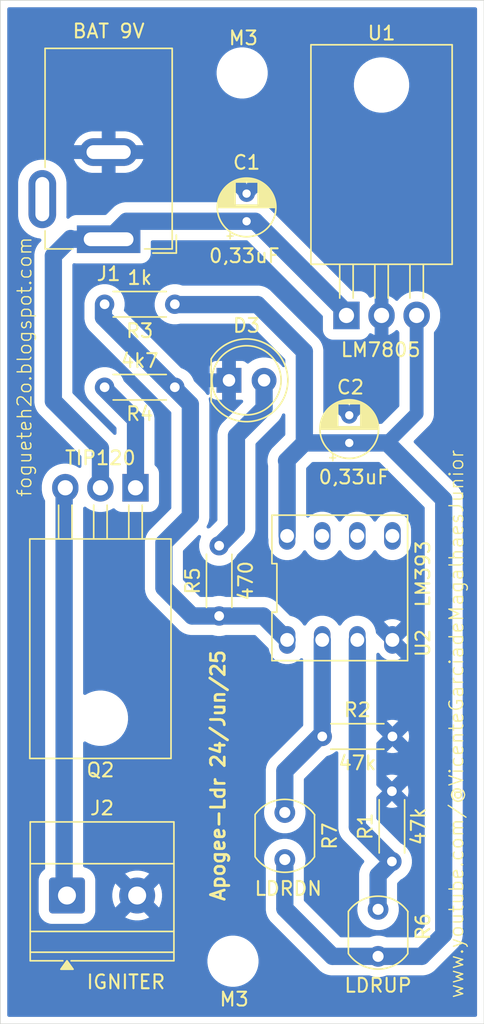
<source format=kicad_pcb>
(kicad_pcb (version 20241229) (generator "pcbnew") (generator_version "9.0")
  (layers (0 "F.Cu" signal) (2 "B.Cu" signal) (13 "F.Paste" user) (15 "B.Paste" user) (5 "F.SilkS" user "F.Silkscreen") (7 "B.SilkS" user "B.Silkscreen") (1 "F.Mask" user) (3 "B.Mask" user) (25 "Edge.Cuts" user))
  (net 0 "")
  (net 1 "Net-(J1-Pin_1)")
  (net 2 "/VCC")
  (net 3 "Net-(J2-Pin_1)")
  (net 4 "Net-(Q1-B)")
  (net 5 "Net-(R3-Pad2)")
  (net 6 "/GND")
  (net 7 "Net-(D3-A)")
  (net 8 "Net-(U2A-+)")
  (net 9 "Net-(U2A--)")
  (net 10 "Net-(Q2-B)")
  (footprint "TerminalBlock_Phoenix:TerminalBlock_Phoenix_MKDS-1,5-2-5.08_1x02_P5.08mm_Horizontal" (layer "F.Cu") (at 89.735 128.25)
    (property "Reference" "J2" (at 2.54 -6.32 0) (layer "F.SilkS"))
    (property "Value" "IGNITER" (at 4.265 6.25 0) (layer "F.SilkS"))
    (fp_line (start -2.66 -5.32) (end -2.66 4.72) (stroke (width 0.12)) (layer "F.SilkS"))
    (fp_line (start -2.66 -5.32) (end 7.74 -5.32) (stroke (width 0.12)) (layer "F.SilkS"))
    (fp_line (start -2.66 -2.3) (end 7.74 -2.3) (stroke (width 0.12)) (layer "F.SilkS"))
    (fp_line (start -2.66 2.6) (end 7.74 2.6) (stroke (width 0.12)) (layer "F.SilkS"))
    (fp_line (start -2.66 4.1) (end 7.74 4.1) (stroke (width 0.12)) (layer "F.SilkS"))
    (fp_line (start -2.66 4.72) (end -0.3 4.72) (stroke (width 0.12)) (layer "F.SilkS"))
    (fp_line (start 0.3 4.72) (end 7.74 4.72) (stroke (width 0.12)) (layer "F.SilkS"))
    (fp_line (start 7.74 -5.32) (end 7.74 4.72) (stroke (width 0.12)) (layer "F.SilkS"))
    (fp_poly (pts (xy 0 4.72) (xy 0.44 5.33) (xy -0.44 5.33)) (stroke (width 0.12)) (fill yes) (layer "F.SilkS"))
    (pad "1" thru_hole roundrect (at 0 0) (size 2.6 2.6) (drill 1.3) (layers "*.Cu" "*.Mask") (roundrect_rratio 0.096154) (net 3 "Net-(J2-Pin_1)"))
    (pad "2" thru_hole circle (at 5.08 0) (size 2.6 2.6) (drill 1.3) (layers "*.Cu" "*.Mask") (net 6 "/GND"))
  )
  (footprint "Connector_BarrelJack:BarrelJack_GCT_DCJ200-10-A_Horizontal" (layer "F.Cu") (at 92.75 80.8 180)
    (property "Reference" "J1" (at 0 -2.5 180) (layer "F.SilkS"))
    (property "Value" "BAT 9V" (at 0 15.05 180) (layer "F.SilkS"))
    (fp_line (start 4.6 13.8) (end -4.6 13.8) (stroke (width 0.12)) (layer "F.SilkS"))
    (fp_line (start 4.6 5.2) (end 4.6 13.8) (stroke (width 0.12)) (layer "F.SilkS"))
    (fp_line (start 4.6 -0.7) (end 4.6 0.6) (stroke (width 0.12)) (layer "F.SilkS"))
    (fp_line (start 2.6 -0.7) (end 4.6 -0.7) (stroke (width 0.12)) (layer "F.SilkS"))
    (fp_line (start -3.2 -1) (end -4.9 -1) (stroke (width 0.12)) (layer "F.SilkS"))
    (fp_line (start -4.6 13.8) (end -4.6 -0.7) (stroke (width 0.12)) (layer "F.SilkS"))
    (fp_line (start -4.6 -0.7) (end -2.6 -0.7) (stroke (width 0.12)) (layer "F.SilkS"))
    (fp_line (start -4.9 -1) (end -4.9 0.3) (stroke (width 0.12)) (layer "F.SilkS"))
    (pad "1" thru_hole rect (at 0 0 180) (size 4.6 2) (drill oval 3.6 1) (layers "*.Cu" "*.Mask") (net 1 "Net-(J1-Pin_1)"))
    (pad "2" thru_hole oval (at 0 6.3 180) (size 4.2 2) (drill oval 3.2 1) (layers "*.Cu" "*.Mask") (net 6 "/GND"))
    (pad "3" thru_hole oval (at 4.8 2.9 180) (size 2 4.2) (drill oval 1 3.2) (layers "*.Cu" "*.Mask"))
  )
  (footprint "Resistor_THT:R_Axial_DIN0204_L3.6mm_D1.6mm_P5.08mm_Horizontal" (layer "F.Cu") (at 97.54 91.5 180)
    (property "Reference" "R4" (at 2.54 -1.92 0) (layer "F.SilkS"))
    (property "Value" "4k7" (at 2.54 1.92 0) (layer "F.SilkS"))
    (fp_line (start 0.62 0.92) (end 4.46 0.92) (stroke (width 0.12)) (layer "F.SilkS"))
    (fp_line (start 0.62 -0.92) (end 4.46 -0.92) (stroke (width 0.12)) (layer "F.SilkS"))
    (pad "1" thru_hole circle (at 0 0 180) (size 1.4 1.4) (drill 0.7) (layers "*.Cu" "*.Mask") (net 5 "Net-(R3-Pad2)"))
    (pad "2" thru_hole circle (at 5.08 0 180) (size 1.4 1.4) (drill 0.7) (layers "*.Cu" "*.Mask") (net 10 "Net-(Q2-B)"))
  )
  (footprint "Library:DIP-8_296_ELL" (layer "F.Cu") (at 109.477256 106.01)
    (property "Reference" "U2" (at 6.022744 3.99 90) (layer "F.SilkS"))
    (property "Value" "LM393" (at 6.022744 -1.01 90) (layer "F.SilkS"))
    (fp_line (start -4.91 -5.26) (end -4.91 -1.753333) (stroke (width 0.12)) (layer "F.SilkS"))
    (fp_line (start -4.91 -1.753333) (end -4.55 -1.753333) (stroke (width 0.12)) (layer "F.SilkS"))
    (fp_line (start -4.91 1.753333) (end -4.91 5.26) (stroke (width 0.12)) (layer "F.SilkS"))
    (fp_line (start -4.91 5.26) (end 4.91 5.26) (stroke (width 0.12)) (layer "F.SilkS"))
    (fp_line (start -4.55 -1.753333) (end -4.55 1.753333) (stroke (width 0.12)) (layer "F.SilkS"))
    (fp_line (start -4.55 1.753333) (end -4.91 1.753333) (stroke (width 0.12)) (layer "F.SilkS"))
    (fp_line (start 4.91 -5.26) (end -4.91 -5.26) (stroke (width 0.12)) (layer "F.SilkS"))
    (fp_line (start 4.91 5.26) (end 4.91 -5.26) (stroke (width 0.12)) (layer "F.SilkS"))
    (pad "1" thru_hole oval (at -3.81 3.76) (size 1.2 2) (drill 1) (layers "*.Cu" "*.Mask") (net 5 "Net-(R3-Pad2)"))
    (pad "2" thru_hole oval (at -1.27 3.76) (size 1.2 2) (drill 1) (layers "*.Cu" "*.Mask") (net 9 "Net-(U2A--)"))
    (pad "3" thru_hole oval (at 1.27 3.76) (size 1.2 2) (drill 1) (layers "*.Cu" "*.Mask") (net 8 "Net-(U2A-+)"))
    (pad "4" thru_hole oval (at 3.81 3.76) (size 1.2 2) (drill 1) (layers "*.Cu" "*.Mask") (net 6 "/GND"))
    (pad "5" thru_hole oval (at 3.81 -3.76) (size 1.2 2) (drill 1) (layers "*.Cu" "*.Mask"))
    (pad "6" thru_hole oval (at 1.27 -3.76) (size 1.2 2) (drill 1) (layers "*.Cu" "*.Mask"))
    (pad "7" thru_hole oval (at -1.27 -3.76) (size 1.2 2) (drill 1) (layers "*.Cu" "*.Mask"))
    (pad "8" thru_hole oval (at -3.81 -3.76) (size 1.2 2) (drill 1) (layers "*.Cu" "*.Mask") (net 2 "/VCC"))
  )
  (footprint "Resistor_THT:R_Axial_DIN0204_L3.6mm_D1.6mm_P5.08mm_Horizontal" (layer "F.Cu") (at 108.21 116.75)
    (property "Reference" "R2" (at 2.54 -1.92 0) (layer "F.SilkS"))
    (property "Value" "47k" (at 2.54 1.92 0) (layer "F.SilkS"))
    (fp_line (start 0.62 -0.92) (end 4.46 -0.92) (stroke (width 0.12)) (layer "F.SilkS"))
    (fp_line (start 0.62 0.92) (end 4.46 0.92) (stroke (width 0.12)) (layer "F.SilkS"))
    (pad "1" thru_hole circle (at 0 0) (size 1.4 1.4) (drill 0.7) (layers "*.Cu" "*.Mask") (net 9 "Net-(U2A--)"))
    (pad "2" thru_hole circle (at 5.08 0) (size 1.4 1.4) (drill 0.7) (layers "*.Cu" "*.Mask") (net 6 "/GND"))
  )
  (footprint "Package_TO_SOT_THT:TO-220-3_Horizontal_TabDown" (layer "F.Cu") (at 94.695 98.77 180)
    (property "Reference" "Q2" (at 2.54 -20.41 180) (layer "F.SilkS"))
    (property "Value" "TIP120" (at 2.54 2.1574 180) (layer "F.SilkS"))
    (fp_line (start 7.65 -3.7) (end 7.65 -19.57) (stroke (width 0.12)) (layer "F.SilkS"))
    (fp_line (start 5.565 -3.7) (end 5.565 -1.26) (stroke (width 0.12)) (layer "F.SilkS"))
    (fp_line (start 4.595 -3.7) (end 4.595 -1.26) (stroke (width 0.12)) (layer "F.SilkS"))
    (fp_line (start 3.025 -3.7) (end 3.025 -1.26) (stroke (width 0.12)) (layer "F.SilkS"))
    (fp_line (start 2.055 -3.7) (end 2.055 -1.26) (stroke (width 0.12)) (layer "F.SilkS"))
    (fp_line (start 0.485 -3.7) (end 0.485 -1.26) (stroke (width 0.12)) (layer "F.SilkS"))
    (fp_line (start -0.485 -3.7) (end -0.485 -1.26) (stroke (width 0.12)) (layer "F.SilkS"))
    (fp_line (start -2.57 -3.7) (end 7.65 -3.7) (stroke (width 0.12)) (layer "F.SilkS"))
    (fp_line (start -2.57 -3.7) (end -2.57 -19.57) (stroke (width 0.12)) (layer "F.SilkS"))
    (fp_line (start -2.57 -19.57) (end 7.65 -19.57) (stroke (width 0.12)) (layer "F.SilkS"))
    (pad "" np_thru_hole circle (at 2.54 -16.66 180) (size 3.5 3.5) (drill 3.5) (layers "*.Cu" "*.Mask"))
    (pad "1" thru_hole rect (at 0 0 180) (size 1.905 2) (drill 1.1) (layers "*.Cu" "*.Mask") (net 4 "Net-(Q1-B)"))
    (pad "2" thru_hole oval (at 2.54 0 180) (size 1.905 2) (drill 1.1) (layers "*.Cu" "*.Mask") (net 1 "Net-(J1-Pin_1)"))
    (pad "3" thru_hole oval (at 5.08 0 180) (size 1.905 2) (drill 1.1) (layers "*.Cu" "*.Mask") (net 3 "Net-(J2-Pin_1)"))
  )
  (footprint "Resistor_THT:R_Axial_DIN0204_L3.6mm_D1.6mm_P5.08mm_Horizontal" (layer "F.Cu") (at 100.75 108.04 90)
    (property "Reference" "R5" (at 2.54 -1.92 90) (layer "F.SilkS"))
    (property "Value" "470" (at 2.54 1.92 90) (layer "F.SilkS"))
    (fp_line (start 0.62 -0.92) (end 4.46 -0.92) (stroke (width 0.12)) (layer "F.SilkS"))
    (fp_line (start 0.62 0.92) (end 4.46 0.92) (stroke (width 0.12)) (layer "F.SilkS"))
    (pad "1" thru_hole circle (at 0 0 90) (size 1.4 1.4) (drill 0.7) (layers "*.Cu" "*.Mask") (net 5 "Net-(R3-Pad2)"))
    (pad "2" thru_hole circle (at 5.08 0 90) (size 1.4 1.4) (drill 0.7) (layers "*.Cu" "*.Mask") (net 7 "Net-(D3-A)"))
  )
  (footprint "Capacitor_THT:CP_Radial_D4.0mm_P2.00mm" (layer "F.Cu") (at 102.735 79.5 90)
    (property "Reference" "C1" (at 4.25 0 0) (layer "F.SilkS"))
    (property "Value" "0,33uF" (at -2.5 -0.1637 180) (layer "F.SilkS"))
    (fp_line (start 1.04 -2.08) (end 1.04 2.08) (stroke (width 0.12)) (layer "F.SilkS"))
    (fp_line (start 1 -2.08) (end 1 2.08) (stroke (width 0.12)) (layer "F.SilkS"))
    (fp_line (start 1.08 -2.078) (end 1.08 2.078) (stroke (width 0.12)) (layer "F.SilkS"))
    (fp_line (start 1.12 -2.077) (end 1.12 2.077) (stroke (width 0.12)) (layer "F.SilkS"))
    (fp_line (start 1.16 -2.074) (end 1.16 2.074) (stroke (width 0.12)) (layer "F.SilkS"))
    (fp_line (start 1.2 -2.071) (end 1.2 -0.84) (stroke (width 0.12)) (layer "F.SilkS"))
    (fp_line (start 1.24 -2.066) (end 1.24 -0.84) (stroke (width 0.12)) (layer "F.SilkS"))
    (fp_line (start 1.28 -2.061) (end 1.28 -0.84) (stroke (width 0.12)) (layer "F.SilkS"))
    (fp_line (start 1.32 -2.056) (end 1.32 -0.84) (stroke (width 0.12)) (layer "F.SilkS"))
    (fp_line (start 1.36 -2.049) (end 1.36 -0.84) (stroke (width 0.12)) (layer "F.SilkS"))
    (fp_line (start 1.4 -2.042) (end 1.4 -0.84) (stroke (width 0.12)) (layer "F.SilkS"))
    (fp_line (start 1.44 -2.034) (end 1.44 -0.84) (stroke (width 0.12)) (layer "F.SilkS"))
    (fp_line (start 1.48 -2.025) (end 1.48 -0.84) (stroke (width 0.12)) (layer "F.SilkS"))
    (fp_line (start 1.52 -2.015) (end 1.52 -0.84) (stroke (width 0.12)) (layer "F.SilkS"))
    (fp_line (start 1.56 -2.005) (end 1.56 -0.84) (stroke (width 0.12)) (layer "F.SilkS"))
    (fp_line (start 1.6 -1.993) (end 1.6 -0.84) (stroke (width 0.12)) (layer "F.SilkS"))
    (fp_line (start 1.64 -1.981) (end 1.64 -0.84) (stroke (width 0.12)) (layer "F.SilkS"))
    (fp_line (start 1.68 -1.968) (end 1.68 -0.84) (stroke (width 0.12)) (layer "F.SilkS"))
    (fp_line (start 1.72 -1.954) (end 1.72 -0.84) (stroke (width 0.12)) (layer "F.SilkS"))
    (fp_line (start 1.76 -1.939) (end 1.76 -0.84) (stroke (width 0.12)) (layer "F.SilkS"))
    (fp_line (start 1.8 -1.923) (end 1.8 -0.84) (stroke (width 0.12)) (layer "F.SilkS"))
    (fp_line (start 1.84 -1.906) (end 1.84 -0.84) (stroke (width 0.12)) (layer "F.SilkS"))
    (fp_line (start 1.88 -1.889) (end 1.88 -0.84) (stroke (width 0.12)) (layer "F.SilkS"))
    (fp_line (start 1.92 -1.87) (end 1.92 -0.84) (stroke (width 0.12)) (layer "F.SilkS"))
    (fp_line (start 1.96 -1.85) (end 1.96 -0.84) (stroke (width 0.12)) (layer "F.SilkS"))
    (fp_line (start 2 -1.829) (end 2 -0.84) (stroke (width 0.12)) (layer "F.SilkS"))
    (fp_line (start 2.04 -1.807) (end 2.04 -0.84) (stroke (width 0.12)) (layer "F.SilkS"))
    (fp_line (start 2.08 -1.784) (end 2.08 -0.84) (stroke (width 0.12)) (layer "F.SilkS"))
    (fp_line (start 2.12 -1.76) (end 2.12 -0.84) (stroke (width 0.12)) (layer "F.SilkS"))
    (fp_line (start 2.16 -1.734) (end 2.16 -0.84) (stroke (width 0.12)) (layer "F.SilkS"))
    (fp_line (start 2.2 -1.708) (end 2.2 -0.84) (stroke (width 0.12)) (layer "F.SilkS"))
    (fp_line (start 2.24 -1.68) (end 2.24 -0.84) (stroke (width 0.12)) (layer "F.SilkS"))
    (fp_line (start 2.28 -1.65) (end 2.28 -0.84) (stroke (width 0.12)) (layer "F.SilkS"))
    (fp_line (start 2.32 -1.619) (end 2.32 -0.84) (stroke (width 0.12)) (layer "F.SilkS"))
    (fp_line (start 2.36 -1.586) (end 2.36 -0.84) (stroke (width 0.12)) (layer "F.SilkS"))
    (fp_line (start 2.4 -1.552) (end 2.4 -0.84) (stroke (width 0.12)) (layer "F.SilkS"))
    (fp_line (start 2.44 -1.516) (end 2.44 -0.84) (stroke (width 0.12)) (layer "F.SilkS"))
    (fp_line (start 2.48 -1.478) (end 2.48 -0.84) (stroke (width 0.12)) (layer "F.SilkS"))
    (fp_line (start 2.52 -1.438) (end 2.52 -0.84) (stroke (width 0.12)) (layer "F.SilkS"))
    (fp_line (start 2.56 -1.396) (end 2.56 -0.84) (stroke (width 0.12)) (layer "F.SilkS"))
    (fp_line (start -1.069801 -1.395) (end -1.069801 -0.995) (stroke (width 0.12)) (layer "F.SilkS"))
    (fp_line (start 2.6 -1.351) (end 2.6 -0.84) (stroke (width 0.12)) (layer "F.SilkS"))
    (fp_line (start 2.64 -1.303) (end 2.64 -0.84) (stroke (width 0.12)) (layer "F.SilkS"))
    (fp_line (start 2.68 -1.253) (end 2.68 -0.84) (stroke (width 0.12)) (layer "F.SilkS"))
    (fp_line (start 2.72 -1.199) (end 2.72 -0.84) (stroke (width 0.12)) (layer "F.SilkS"))
    (fp_line (start -1.269801 -1.195) (end -0.869801 -1.195) (stroke (width 0.12)) (layer "F.SilkS"))
    (fp_line (start 2.76 -1.142) (end 2.76 -0.84) (stroke (width 0.12)) (layer "F.SilkS"))
    (fp_line (start 2.8 -1.08) (end 2.8 -0.84) (stroke (width 0.12)) (layer "F.SilkS"))
    (fp_line (start 2.84 -1.013) (end 2.84 1.013) (stroke (width 0.12)) (layer "F.SilkS"))
    (fp_line (start 2.88 -0.94) (end 2.88 0.94) (stroke (width 0.12)) (layer "F.SilkS"))
    (fp_line (start 2.92 -0.859) (end 2.92 0.859) (stroke (width 0.12)) (layer "F.SilkS"))
    (fp_line (start 2.96 -0.768) (end 2.96 0.768) (stroke (width 0.12)) (layer "F.SilkS"))
    (fp_line (start 3 -0.663) (end 3 0.663) (stroke (width 0.12)) (layer "F.SilkS"))
    (fp_line (start 3.04 -0.537) (end 3.04 0.537) (stroke (width 0.12)) (layer "F.SilkS"))
    (fp_line (start 3.08 -0.37) (end 3.08 0.37) (stroke (width 0.12)) (layer "F.SilkS"))
    (fp_line (start 2.8 0.84) (end 2.8 1.08) (stroke (width 0.12)) (layer "F.SilkS"))
    (fp_line (start 2.76 0.84) (end 2.76 1.142) (stroke (width 0.12)) (layer "F.SilkS"))
    (fp_line (start 2.72 0.84) (end 2.72 1.199) (stroke (width 0.12)) (layer "F.SilkS"))
    (fp_line (start 2.68 0.84) (end 2.68 1.253) (stroke (width 0.12)) (layer "F.SilkS"))
    (fp_line (start 2.64 0.84) (end 2.64 1.303) (stroke (width 0.12)) (layer "F.SilkS"))
    (fp_line (start 2.6 0.84) (end 2.6 1.351) (stroke (width 0.12)) (layer "F.SilkS"))
    (fp_line (start 2.56 0.84) (end 2.56 1.396) (stroke (width 0.12)) (layer "F.SilkS"))
    (fp_line (start 2.52 0.84) (end 2.52 1.438) (stroke (width 0.12)) (layer "F.SilkS"))
    (fp_line (start 2.48 0.84) (end 2.48 1.478) (stroke (width 0.12)) (layer "F.SilkS"))
    (fp_line (start 2.44 0.84) (end 2.44 1.516) (stroke (width 0.12)) (layer "F.SilkS"))
    (fp_line (start 2.4 0.84) (end 2.4 1.552) (stroke (width 0.12)) (layer "F.SilkS"))
    (fp_line (start 2.36 0.84) (end 2.36 1.586) (stroke (width 0.12)) (layer "F.SilkS"))
    (fp_line (start 2.32 0.84) (end 2.32 1.619) (stroke (width 0.12)) (layer "F.SilkS"))
    (fp_line (start 2.28 0.84) (end 2.28 1.65) (stroke (width 0.12)) (layer "F.SilkS"))
    (fp_line (start 2.24 0.84) (end 2.24 1.68) (stroke (width 0.12)) (layer "F.SilkS"))
    (fp_line (start 2.2 0.84) (end 2.2 1.708) (stroke (width 0.12)) (layer "F.SilkS"))
    (fp_line (start 2.16 0.84) (end 2.16 1.734) (stroke (width 0.12)) (layer "F.SilkS"))
    (fp_line (start 2.12 0.84) (end 2.12 1.76) (stroke (width 0.12)) (layer "F.SilkS"))
    (fp_line (start 2.08 0.84) (end 2.08 1.784) (stroke (width 0.12)) (layer "F.SilkS"))
    (fp_line (start 2.04 0.84) (end 2.04 1.807) (stroke (width 0.12)) (layer "F.SilkS"))
    (fp_line (start 2 0.84) (end 2 1.829) (stroke (width 0.12)) (layer "F.SilkS"))
    (fp_line (start 1.96 0.84) (end 1.96 1.85) (stroke (width 0.12)) (layer "F.SilkS"))
    (fp_line (start 1.92 0.84) (end 1.92 1.87) (stroke (width 0.12)) (layer "F.SilkS"))
    (fp_line (start 1.88 0.84) (end 1.88 1.889) (stroke (width 0.12)) (layer "F.SilkS"))
    (fp_line (start 1.84 0.84) (end 1.84 1.906) (stroke (width 0.12)) (layer "F.SilkS"))
    (fp_line (start 1.8 0.84) (end 1.8 1.923) (stroke (width 0.12)) (layer "F.SilkS"))
    (fp_line (start 1.76 0.84) (end 1.76 1.939) (stroke (width 0.12)) (layer "F.SilkS"))
    (fp_line (start 1.72 0.84) (end 1.72 1.954) (stroke (width 0.12)) (layer "F.SilkS"))
    (fp_line (start 1.68 0.84) (end 1.68 1.968) (stroke (width 0.12)) (layer "F.SilkS"))
    (fp_line (start 1.64 0.84) (end 1.64 1.981) (stroke (width 0.12)) (layer "F.SilkS"))
    (fp_line (start 1.6 0.84) (end 1.6 1.993) (stroke (width 0.12)) (layer "F.SilkS"))
    (fp_line (start 1.56 0.84) (end 1.56 2.005) (stroke (width 0.12)) (layer "F.SilkS"))
    (fp_line (start 1.52 0.84) (end 1.52 2.015) (stroke (width 0.12)) (layer "F.SilkS"))
    (fp_line (start 1.48 0.84) (end 1.48 2.025) (stroke (width 0.12)) (layer "F.SilkS"))
    (fp_line (start 1.44 0.84) (end 1.44 2.034) (stroke (width 0.12)) (layer "F.SilkS"))
    (fp_line (start 1.4 0.84) (end 1.4 2.042) (stroke (width 0.12)) (layer "F.SilkS"))
    (fp_line (start 1.36 0.84) (end 1.36 2.049) (stroke (width 0.12)) (layer "F.SilkS"))
    (fp_line (start 1.32 0.84) (end 1.32 2.056) (stroke (width 0.12)) (layer "F.SilkS"))
    (fp_line (start 1.28 0.84) (end 1.28 2.061) (stroke (width 0.12)) (layer "F.SilkS"))
    (fp_line (start 1.24 0.84) (end 1.24 2.066) (stroke (width 0.12)) (layer "F.SilkS"))
    (fp_line (start 1.2 0.84) (end 1.2 2.071) (stroke (width 0.12)) (layer "F.SilkS"))
    (fp_circle (center 1 0) (end 3.12 0) (stroke (width 0.12)) (fill no) (layer "F.SilkS"))
    (pad "1" thru_hole roundrect (at 0 0 90) (size 1.2 1.2) (drill 0.6) (layers "*.Cu" "*.Mask") (roundrect_rratio 0.208333) (net 1 "Net-(J1-Pin_1)"))
    (pad "2" thru_hole circle (at 2 0 90) (size 1.2 1.2) (drill 0.6) (layers "*.Cu" "*.Mask") (net 6 "/GND"))
  )
  (footprint "OptoDevice:R_LDR_5.1x4.3mm_P3.4mm_Vertical" (layer "F.Cu") (at 112.25 129.25 -90)
    (property "Reference" "R6" (hide yes))
    (property "Value" "LDRUP" (at 5.5 0 180) (layer "F.SilkS"))
    (fp_line (start 0.15 2.15) (end 3.2 2.15) (stroke (width 0.12)) (layer "F.SilkS"))
    (fp_line (start 0.15 -2.15) (end 3.2 -2.15) (stroke (width 0.12)) (layer "F.SilkS"))
    (fp_arc (start 0.15 2.15) (mid -0.950438 -0.013368) (end 0.171766 -2.165525) (stroke (width 0.12)) (layer "F.SilkS"))
    (fp_arc (start 3.2 -2.15) (mid 4.321403 -0.027338) (end 3.244513 2.118249) (stroke (width 0.12)) (layer "F.SilkS"))
    (fp_text user "${REFERENCE}" (at 1.25 -3.25 90) (layer "F.SilkS"))
    (pad "1" thru_hole circle (at 0 0 270) (size 1.5 1.5) (drill 0.8) (layers "*.Cu" "*.Mask") (net 8 "Net-(U2A-+)"))
    (pad "2" thru_hole circle (at 3.4 0 270) (size 1.5 1.5) (drill 0.8) (layers "*.Cu" "*.Mask") (net 2 "/VCC"))
  )
  (footprint "OptoDevice:R_LDR_5.1x4.3mm_P3.4mm_Vertical" (layer "F.Cu") (at 105.5 122.25 -90)
    (property "Reference" "R7" (hide yes))
    (property "Value" "LDRDN" (at 5.5 -0.25 180) (layer "F.SilkS"))
    (fp_line (start 0.15 2.15) (end 3.2 2.15) (stroke (width 0.12)) (layer "F.SilkS"))
    (fp_line (start 0.15 -2.15) (end 3.2 -2.15) (stroke (width 0.12)) (layer "F.SilkS"))
    (fp_arc (start 0.15 2.15) (mid -0.950438 -0.013368) (end 0.171766 -2.165525) (stroke (width 0.12)) (layer "F.SilkS"))
    (fp_arc (start 3.2 -2.15) (mid 4.321403 -0.027338) (end 3.244513 2.118249) (stroke (width 0.12)) (layer "F.SilkS"))
    (fp_text user "${REFERENCE}" (at 1.7 -3.25 90) (layer "F.SilkS"))
    (pad "1" thru_hole circle (at 0 0 270) (size 1.5 1.5) (drill 0.8) (layers "*.Cu" "*.Mask") (net 9 "Net-(U2A--)"))
    (pad "2" thru_hole circle (at 3.4 0 270) (size 1.5 1.5) (drill 0.8) (layers "*.Cu" "*.Mask") (net 2 "/VCC"))
  )
  (footprint "MountingHole:MountingHole_3.2mm_M3" (layer "F.Cu") (at 101.75 133)
    (property "Reference" "M3" (at 0.0863 2.75 0) (layer "F.SilkS"))
    (property "Value" "M3")
    (pad "" np_thru_hole circle (at 0 0) (size 3.2 3.2) (drill 3.2) (layers "*.Cu" "*.Mask"))
  )
  (footprint "Resistor_THT:R_Axial_DIN0204_L3.6mm_D1.6mm_P5.08mm_Horizontal" (layer "F.Cu") (at 113.25 125.79 90)
    (property "Reference" "R1" (at 2.54 -1.92 90) (layer "F.SilkS"))
    (property "Value" "47k" (at 2.54 1.92 90) (layer "F.SilkS"))
    (fp_line (start 0.62 -0.92) (end 4.46 -0.92) (stroke (width 0.12)) (layer "F.SilkS"))
    (fp_line (start 0.62 0.92) (end 4.46 0.92) (stroke (width 0.12)) (layer "F.SilkS"))
    (pad "1" thru_hole circle (at 0 0 90) (size 1.4 1.4) (drill 0.7) (layers "*.Cu" "*.Mask") (net 8 "Net-(U2A-+)"))
    (pad "2" thru_hole circle (at 5.08 0 90) (size 1.4 1.4) (drill 0.7) (layers "*.Cu" "*.Mask") (net 6 "/GND"))
  )
  (footprint "Package_TO_SOT_THT:TO-220-3_Horizontal_TabDown" (layer "F.Cu") (at 109.96 86.31)
    (property "Reference" "U1" (at 2.54 -20.41 0) (layer "F.SilkS"))
    (property "Value" "LM7805" (at 2.480236 2.486397 0) (layer "F.SilkS"))
    (fp_line (start -2.57 -19.57) (end 7.65 -19.57) (stroke (width 0.12)) (layer "F.SilkS"))
    (fp_line (start -2.57 -3.7) (end -2.57 -19.57) (stroke (width 0.12)) (layer "F.SilkS"))
    (fp_line (start -2.57 -3.7) (end 7.65 -3.7) (stroke (width 0.12)) (layer "F.SilkS"))
    (fp_line (start -0.485 -3.7) (end -0.485 -1.26) (stroke (width 0.12)) (layer "F.SilkS"))
    (fp_line (start 0.485 -3.7) (end 0.485 -1.26) (stroke (width 0.12)) (layer "F.SilkS"))
    (fp_line (start 2.055 -3.7) (end 2.055 -1.26) (stroke (width 0.12)) (layer "F.SilkS"))
    (fp_line (start 3.025 -3.7) (end 3.025 -1.26) (stroke (width 0.12)) (layer "F.SilkS"))
    (fp_line (start 4.595 -3.7) (end 4.595 -1.26) (stroke (width 0.12)) (layer "F.SilkS"))
    (fp_line (start 5.565 -3.7) (end 5.565 -1.26) (stroke (width 0.12)) (layer "F.SilkS"))
    (fp_line (start 7.65 -3.7) (end 7.65 -19.57) (stroke (width 0.12)) (layer "F.SilkS"))
    (pad "" np_thru_hole circle (at 2.54 -16.66) (size 3.5 3.5) (drill 3.5) (layers "*.Cu" "*.Mask"))
    (pad "1" thru_hole rect (at 0 0) (size 1.905 2) (drill 1.1) (layers "*.Cu" "*.Mask") (net 1 "Net-(J1-Pin_1)"))
    (pad "2" thru_hole oval (at 2.54 0) (size 1.905 2) (drill 1.1) (layers "*.Cu" "*.Mask") (net 6 "/GND"))
    (pad "3" thru_hole oval (at 5.08 0) (size 1.905 2) (drill 1.1) (layers "*.Cu" "*.Mask") (net 2 "/VCC"))
  )
  (footprint "LED_THT:LED_D5.0mm" (layer "F.Cu") (at 101.46 91)
    (property "Reference" "D3" (at 1.27 -3.96 0) (layer "F.SilkS"))
    (property "Value" "LED")
    (fp_line (start -1.29 -1.545) (end -1.29 1.545) (stroke (width 0.12)) (layer "F.SilkS"))
    (fp_arc (start -1.29 -1.54483) (mid 2.071779 -2.880495) (end 4.26 0) (stroke (width 0.12)) (layer "F.SilkS"))
    (fp_arc (start 4.26 0) (mid 2.071779 2.880495) (end -1.29 1.54483) (stroke (width 0.12)) (layer "F.SilkS"))
    (fp_circle (center 1.27 0) (end 3.77 0) (stroke (width 0.12)) (fill no) (layer "F.SilkS"))
    (pad "1" thru_hole rect (at 0 0) (size 1.8 1.8) (drill 0.9) (layers "*.Cu" "*.Mask") (net 6 "/GND"))
    (pad "2" thru_hole circle (at 2.54 0) (size 1.8 1.8) (drill 0.9) (layers "*.Cu" "*.Mask") (net 7 "Net-(D3-A)"))
  )
  (footprint "Resistor_THT:R_Axial_DIN0204_L3.6mm_D1.6mm_P5.08mm_Horizontal" (layer "F.Cu") (at 97.54 85.5 180)
    (property "Reference" "R3" (at 2.54 -1.92 0) (layer "F.SilkS"))
    (property "Value" "1k" (at 2.54 1.92 0) (layer "F.SilkS"))
    (fp_line (start 0.62 0.92) (end 4.46 0.92) (stroke (width 0.12)) (layer "F.SilkS"))
    (fp_line (start 0.62 -0.92) (end 4.46 -0.92) (stroke (width 0.12)) (layer "F.SilkS"))
    (pad "1" thru_hole circle (at 0 0 180) (size 1.4 1.4) (drill 0.7) (layers "*.Cu" "*.Mask") (net 2 "/VCC"))
    (pad "2" thru_hole circle (at 5.08 0 180) (size 1.4 1.4) (drill 0.7) (layers "*.Cu" "*.Mask") (net 5 "Net-(R3-Pad2)"))
  )
  (footprint "Capacitor_THT:CP_Radial_D4.0mm_P2.00mm" (layer "F.Cu") (at 110.1637 95.5274 90)
    (property "Reference" "C2" (at 4.0274 0.0863 180) (layer "F.SilkS"))
    (property "Value" "0,33uF" (at -2.4726 0.3363 180) (layer "F.SilkS"))
    (fp_line (start 1.04 -2.08) (end 1.04 2.08) (stroke (width 0.12)) (layer "F.SilkS"))
    (fp_line (start 1 -2.08) (end 1 2.08) (stroke (width 0.12)) (layer "F.SilkS"))
    (fp_line (start 1.08 -2.078) (end 1.08 2.078) (stroke (width 0.12)) (layer "F.SilkS"))
    (fp_line (start 1.12 -2.077) (end 1.12 2.077) (stroke (width 0.12)) (layer "F.SilkS"))
    (fp_line (start 1.16 -2.074) (end 1.16 2.074) (stroke (width 0.12)) (layer "F.SilkS"))
    (fp_line (start 1.2 -2.071) (end 1.2 -0.84) (stroke (width 0.12)) (layer "F.SilkS"))
    (fp_line (start 1.24 -2.066) (end 1.24 -0.84) (stroke (width 0.12)) (layer "F.SilkS"))
    (fp_line (start 1.28 -2.061) (end 1.28 -0.84) (stroke (width 0.12)) (layer "F.SilkS"))
    (fp_line (start 1.32 -2.056) (end 1.32 -0.84) (stroke (width 0.12)) (layer "F.SilkS"))
    (fp_line (start 1.36 -2.049) (end 1.36 -0.84) (stroke (width 0.12)) (layer "F.SilkS"))
    (fp_line (start 1.4 -2.042) (end 1.4 -0.84) (stroke (width 0.12)) (layer "F.SilkS"))
    (fp_line (start 1.44 -2.034) (end 1.44 -0.84) (stroke (width 0.12)) (layer "F.SilkS"))
    (fp_line (start 1.48 -2.025) (end 1.48 -0.84) (stroke (width 0.12)) (layer "F.SilkS"))
    (fp_line (start 1.52 -2.015) (end 1.52 -0.84) (stroke (width 0.12)) (layer "F.SilkS"))
    (fp_line (start 1.56 -2.005) (end 1.56 -0.84) (stroke (width 0.12)) (layer "F.SilkS"))
    (fp_line (start 1.6 -1.993) (end 1.6 -0.84) (stroke (width 0.12)) (layer "F.SilkS"))
    (fp_line (start 1.64 -1.981) (end 1.64 -0.84) (stroke (width 0.12)) (layer "F.SilkS"))
    (fp_line (start 1.68 -1.968) (end 1.68 -0.84) (stroke (width 0.12)) (layer "F.SilkS"))
    (fp_line (start 1.72 -1.954) (end 1.72 -0.84) (stroke (width 0.12)) (layer "F.SilkS"))
    (fp_line (start 1.76 -1.939) (end 1.76 -0.84) (stroke (width 0.12)) (layer "F.SilkS"))
    (fp_line (start 1.8 -1.923) (end 1.8 -0.84) (stroke (width 0.12)) (layer "F.SilkS"))
    (fp_line (start 1.84 -1.906) (end 1.84 -0.84) (stroke (width 0.12)) (layer "F.SilkS"))
    (fp_line (start 1.88 -1.889) (end 1.88 -0.84) (stroke (width 0.12)) (layer "F.SilkS"))
    (fp_line (start 1.92 -1.87) (end 1.92 -0.84) (stroke (width 0.12)) (layer "F.SilkS"))
    (fp_line (start 1.96 -1.85) (end 1.96 -0.84) (stroke (width 0.12)) (layer "F.SilkS"))
    (fp_line (start 2 -1.829) (end 2 -0.84) (stroke (width 0.12)) (layer "F.SilkS"))
    (fp_line (start 2.04 -1.807) (end 2.04 -0.84) (stroke (width 0.12)) (layer "F.SilkS"))
    (fp_line (start 2.08 -1.784) (end 2.08 -0.84) (stroke (width 0.12)) (layer "F.SilkS"))
    (fp_line (start 2.12 -1.76) (end 2.12 -0.84) (stroke (width 0.12)) (layer "F.SilkS"))
    (fp_line (start 2.16 -1.734) (end 2.16 -0.84) (stroke (width 0.12)) (layer "F.SilkS"))
    (fp_line (start 2.2 -1.708) (end 2.2 -0.84) (stroke (width 0.12)) (layer "F.SilkS"))
    (fp_line (start 2.24 -1.68) (end 2.24 -0.84) (stroke (width 0.12)) (layer "F.SilkS"))
    (fp_line (start 2.28 -1.65) (end 2.28 -0.84) (stroke (width 0.12)) (layer "F.SilkS"))
    (fp_line (start 2.32 -1.619) (end 2.32 -0.84) (stroke (width 0.12)) (layer "F.SilkS"))
    (fp_line (start 2.36 -1.586) (end 2.36 -0.84) (stroke (width 0.12)) (layer "F.SilkS"))
    (fp_line (start 2.4 -1.552) (end 2.4 -0.84) (stroke (width 0.12)) (layer "F.SilkS"))
    (fp_line (start 2.44 -1.516) (end 2.44 -0.84) (stroke (width 0.12)) (layer "F.SilkS"))
    (fp_line (start 2.48 -1.478) (end 2.48 -0.84) (stroke (width 0.12)) (layer "F.SilkS"))
    (fp_line (start 2.52 -1.438) (end 2.52 -0.84) (stroke (width 0.12)) (layer "F.SilkS"))
    (fp_line (start 2.56 -1.396) (end 2.56 -0.84) (stroke (width 0.12)) (layer "F.SilkS"))
    (fp_line (start -1.069801 -1.395) (end -1.069801 -0.995) (stroke (width 0.12)) (layer "F.SilkS"))
    (fp_line (start 2.6 -1.351) (end 2.6 -0.84) (stroke (width 0.12)) (layer "F.SilkS"))
    (fp_line (start 2.64 -1.303) (end 2.64 -0.84) (stroke (width 0.12)) (layer "F.SilkS"))
    (fp_line (start 2.68 -1.253) (end 2.68 -0.84) (stroke (width 0.12)) (layer "F.SilkS"))
    (fp_line (start 2.72 -1.199) (end 2.72 -0.84) (stroke (width 0.12)) (layer "F.SilkS"))
    (fp_line (start -1.269801 -1.195) (end -0.869801 -1.195) (stroke (width 0.12)) (layer "F.SilkS"))
    (fp_line (start 2.76 -1.142) (end 2.76 -0.84) (stroke (width 0.12)) (layer "F.SilkS"))
    (fp_line (start 2.8 -1.08) (end 2.8 -0.84) (stroke (width 0.12)) (layer "F.SilkS"))
    (fp_line (start 2.84 -1.013) (end 2.84 1.013) (stroke (width 0.12)) (layer "F.SilkS"))
    (fp_line (start 2.88 -0.94) (end 2.88 0.94) (stroke (width 0.12)) (layer "F.SilkS"))
    (fp_line (start 2.92 -0.859) (end 2.92 0.859) (stroke (width 0.12)) (layer "F.SilkS"))
    (fp_line (start 2.96 -0.768) (end 2.96 0.768) (stroke (width 0.12)) (layer "F.SilkS"))
    (fp_line (start 3 -0.663) (end 3 0.663) (stroke (width 0.12)) (layer "F.SilkS"))
    (fp_line (start 3.04 -0.537) (end 3.04 0.537) (stroke (width 0.12)) (layer "F.SilkS"))
    (fp_line (start 3.08 -0.37) (end 3.08 0.37) (stroke (width 0.12)) (layer "F.SilkS"))
    (fp_line (start 2.8 0.84) (end 2.8 1.08) (stroke (width 0.12)) (layer "F.SilkS"))
    (fp_line (start 2.76 0.84) (end 2.76 1.142) (stroke (width 0.12)) (layer "F.SilkS"))
    (fp_line (start 2.72 0.84) (end 2.72 1.199) (stroke (width 0.12)) (layer "F.SilkS"))
    (fp_line (start 2.68 0.84) (end 2.68 1.253) (stroke (width 0.12)) (layer "F.SilkS"))
    (fp_line (start 2.64 0.84) (end 2.64 1.303) (stroke (width 0.12)) (layer "F.SilkS"))
    (fp_line (start 2.6 0.84) (end 2.6 1.351) (stroke (width 0.12)) (layer "F.SilkS"))
    (fp_line (start 2.56 0.84) (end 2.56 1.396) (stroke (width 0.12)) (layer "F.SilkS"))
    (fp_line (start 2.52 0.84) (end 2.52 1.438) (stroke (width 0.12)) (layer "F.SilkS"))
    (fp_line (start 2.48 0.84) (end 2.48 1.478) (stroke (width 0.12)) (layer "F.SilkS"))
    (fp_line (start 2.44 0.84) (end 2.44 1.516) (stroke (width 0.12)) (layer "F.SilkS"))
    (fp_line (start 2.4 0.84) (end 2.4 1.552) (stroke (width 0.12)) (layer "F.SilkS"))
    (fp_line (start 2.36 0.84) (end 2.36 1.586) (stroke (width 0.12)) (layer "F.SilkS"))
    (fp_line (start 2.32 0.84) (end 2.32 1.619) (stroke (width 0.12)) (layer "F.SilkS"))
    (fp_line (start 2.28 0.84) (end 2.28 1.65) (stroke (width 0.12)) (layer "F.SilkS"))
    (fp_line (start 2.24 0.84) (end 2.24 1.68) (stroke (width 0.12)) (layer "F.SilkS"))
    (fp_line (start 2.2 0.84) (end 2.2 1.708) (stroke (width 0.12)) (layer "F.SilkS"))
    (fp_line (start 2.16 0.84) (end 2.16 1.734) (stroke (width 0.12)) (layer "F.SilkS"))
    (fp_line (start 2.12 0.84) (end 2.12 1.76) (stroke (width 0.12)) (layer "F.SilkS"))
    (fp_line (start 2.08 0.84) (end 2.08 1.784) (stroke (width 0.12)) (layer "F.SilkS"))
    (fp_line (start 2.04 0.84) (end 2.04 1.807) (stroke (width 0.12)) (layer "F.SilkS"))
    (fp_line (start 2 0.84) (end 2 1.829) (stroke (width 0.12)) (layer "F.SilkS"))
    (fp_line (start 1.96 0.84) (end 1.96 1.85) (stroke (width 0.12)) (layer "F.SilkS"))
    (fp_line (start 1.92 0.84) (end 1.92 1.87) (stroke (width 0.12)) (layer "F.SilkS"))
    (fp_line (start 1.88 0.84) (end 1.88 1.889) (stroke (width 0.12)) (layer "F.SilkS"))
    (fp_line (start 1.84 0.84) (end 1.84 1.906) (stroke (width 0.12)) (layer "F.SilkS"))
    (fp_line (start 1.8 0.84) (end 1.8 1.923) (stroke (width 0.12)) (layer "F.SilkS"))
    (fp_line (start 1.76 0.84) (end 1.76 1.939) (stroke (width 0.12)) (layer "F.SilkS"))
    (fp_line (start 1.72 0.84) (end 1.72 1.954) (stroke (width 0.12)) (layer "F.SilkS"))
    (fp_line (start 1.68 0.84) (end 1.68 1.968) (stroke (width 0.12)) (layer "F.SilkS"))
    (fp_line (start 1.64 0.84) (end 1.64 1.981) (stroke (width 0.12)) (layer "F.SilkS"))
    (fp_line (start 1.6 0.84) (end 1.6 1.993) (stroke (width 0.12)) (layer "F.SilkS"))
    (fp_line (start 1.56 0.84) (end 1.56 2.005) (stroke (width 0.12)) (layer "F.SilkS"))
    (fp_line (start 1.52 0.84) (end 1.52 2.015) (stroke (width 0.12)) (layer "F.SilkS"))
    (fp_line (start 1.48 0.84) (end 1.48 2.025) (stroke (width 0.12)) (layer "F.SilkS"))
    (fp_line (start 1.44 0.84) (end 1.44 2.034) (stroke (width 0.12)) (layer "F.SilkS"))
    (fp_line (start 1.4 0.84) (end 1.4 2.042) (stroke (width 0.12)) (layer "F.SilkS"))
    (fp_line (start 1.36 0.84) (end 1.36 2.049) (stroke (width 0.12)) (layer "F.SilkS"))
    (fp_line (start 1.32 0.84) (end 1.32 2.056) (stroke (width 0.12)) (layer "F.SilkS"))
    (fp_line (start 1.28 0.84) (end 1.28 2.061) (stroke (width 0.12)) (layer "F.SilkS"))
    (fp_line (start 1.24 0.84) (end 1.24 2.066) (stroke (width 0.12)) (layer "F.SilkS"))
    (fp_line (start 1.2 0.84) (end 1.2 2.071) (stroke (width 0.12)) (layer "F.SilkS"))
    (fp_circle (center 1 0) (end 3.12 0) (stroke (width 0.12)) (fill no) (layer "F.SilkS"))
    (pad "1" thru_hole roundrect (at 0 0 90) (size 1.2 1.2) (drill 0.6) (layers "*.Cu" "*.Mask") (roundrect_rratio 0.208333) (net 2 "/VCC"))
    (pad "2" thru_hole circle (at 2 0 90) (size 1.2 1.2) (drill 0.6) (layers "*.Cu" "*.Mask") (net 6 "/GND"))
  )
  (footprint "MountingHole:MountingHole_3.2mm_M3" (layer "F.Cu") (at 102.4137 68.7774)
    (property "Reference" "M3" (at 0.0863 -2.5274 0) (layer "F.SilkS"))
    (property "Value" "M3")
    (pad "" np_thru_hole circle (at 0 0) (size 3.2 3.2) (drill 3.2) (layers "*.Cu" "*.Mask"))
  )
  (gr_rect (start 84.9137 63.5274) (end 119.9137 137.5274) (stroke (width 0.05)) (fill no) (layer "Edge.Cuts"))
  (gr_text "Apogee-Ldr 24/Jun/25" (at 101.25 128.75 90) (layer "F.SilkS") (effects (font (size 1 1) (thickness 0.2) (bold yes)) (justify left bottom)))
  (gr_text "fogueteh2o.blogspot.com" (at 87.25 99.5 90) (layer "F.SilkS") (effects (font (size 1 1) (thickness 0.1)) (justify left bottom)))
  (gr_text "www.youtube.com/@VicenteGarciadeMagalhaesJunior" (at 118.5 135.75 90) (layer "F.SilkS") (effects (font (size 1 1) (thickness 0.1)) (justify left bottom)))
  (segment (start 92.155 95.905) (end 88.75 92.5) (width 1.25) (layer "B.Cu") (net 1))
  (segment (start 102.5 79.5) (end 103.3526 79.5) (width 1.25) (layer "B.Cu") (net 1))
  (segment (start 90.05 80.8) (end 92.75 80.8) (width 1.25) (layer "B.Cu") (net 1))
  (segment (start 90 80.75) (end 90.05 80.8) (width 1.25) (layer "B.Cu") (net 1))
  (segment (start 102.735 79.5) (end 94.05 79.5) (width 1.25) (layer "B.Cu") (net 1))
  (segment (start 92.155 98.77) (end 92.155 95.905) (width 1.25) (layer "B.Cu") (net 1))
  (segment (start 103.3526 79.5) (end 109.96 86.1074) (width 1.25) (layer "B.Cu") (net 1))
  (segment (start 88.75 82) (end 90 80.75) (width 1.25) (layer "B.Cu") (net 1))
  (segment (start 88.75 92.5) (end 88.75 82) (width 1.25) (layer "B.Cu") (net 1))
  (segment (start 94.05 79.5) (end 92.75 80.8) (width 1.25) (layer "B.Cu") (net 1))
  (segment (start 110.1637 95.5274) (end 106.9137 95.5274) (width 1.25) (layer "B.Cu") (net 2))
  (segment (start 105.5 129.198368) (end 108.951632 132.65) (width 1.25) (layer "B.Cu") (net 2))
  (segment (start 103.5274 85.5274) (end 106.9137 88.9137) (width 1.25) (layer "B.Cu") (net 2))
  (segment (start 112.9137 95.5274) (end 117 99.6137) (width 1.25) (layer "B.Cu") (net 2))
  (segment (start 117 131.060236) (end 115.410236 132.65) (width 1.25) (layer "B.Cu") (net 2))
  (segment (start 105.6237 96.8174) (end 106.2887 96.1524) (width 1.25) (layer "B.Cu") (net 2))
  (segment (start 115.410236 132.65) (end 112.25 132.65) (width 1.25) (layer "B.Cu") (net 2))
  (segment (start 105.667256 96.860956) (end 105.667256 102.25) (width 1.25) (layer "B.Cu") (net 2))
  (segment (start 106.2887 96.1524) (end 106.9137 95.5274) (width 1.25) (layer "B.Cu") (net 2))
  (segment (start 112.9137 95.5274) (end 110.1637 95.5274) (width 1.25) (layer "B.Cu") (net 2))
  (segment (start 105.5 125.65) (end 105.5 129.198368) (width 1.25) (layer "B.Cu") (net 2))
  (segment (start 108.951632 132.65) (end 112.25 132.65) (width 1.25) (layer "B.Cu") (net 2))
  (segment (start 112.9137 95.5274) (end 115.04 93.4011) (width 1) (layer "B.Cu") (net 2))
  (segment (start 115.04 93.4011) (end 115.04 86.31) (width 1) (layer "B.Cu") (net 2))
  (segment (start 106.9137 88.9137) (end 106.9137 95.5274) (width 1.25) (layer "B.Cu") (net 2))
  (segment (start 97.4537 85.5274) (end 103.5274 85.5274) (width 1.25) (layer "B.Cu") (net 2))
  (segment (start 117 99.6137) (end 117 131.060236) (width 1.25) (layer "B.Cu") (net 2))
  (segment (start 105.6237 96.8174) (end 105.667256 96.860956) (width 1.25) (layer "B.Cu") (net 2))
  (segment (start 89.529 98.856) (end 89.529 128.044) (width 1.25) (layer "B.Cu") (net 3))
  (segment (start 89.615 98.77) (end 89.529 98.856) (width 1.25) (layer "B.Cu") (net 3))
  (segment (start 89.529 128.044) (end 89.735 128.25) (width 1.25) (layer "B.Cu") (net 3))
  (segment (start 92.3737 91.5274) (end 94.695 93.8487) (width 1.25) (layer "B.Cu") (net 4))
  (segment (start 94.695 93.8487) (end 94.695 98.77) (width 1.25) (layer "B.Cu") (net 4))
  (segment (start 100.75 108.04) (end 103.937256 108.04) (width 1.25) (layer "B.Cu") (net 5))
  (segment (start 96.75 102.75) (end 96.75 106) (width 1.25) (layer "B.Cu") (net 5))
  (segment (start 98.6637 100.8363) (end 96.75 102.75) (width 1.25) (layer "B.Cu") (net 5))
  (segment (start 92.3737 85.5274) (end 92.3737 86.4474) (width 1.25) (layer "B.Cu") (net 5))
  (segment (start 96.75 106) (end 98.79 108.04) (width 1.25) (layer "B.Cu") (net 5))
  (segment (start 92.3737 86.4474) (end 98.6637 92.7374) (width 1.25) (layer "B.Cu") (net 5))
  (segment (start 98.6637 92.7374) (end 98.6637 100.8363) (width 1.25) (layer "B.Cu") (net 5))
  (segment (start 103.937256 108.04) (end 105.667256 109.77) (width 1.25) (layer "B.Cu") (net 5))
  (segment (start 98.79 108.04) (end 100.75 108.04) (width 1.25) (layer "B.Cu") (net 5))
  (segment (start 102 95.012) (end 104 93.012) (width 1.25) (layer "B.Cu") (net 7))
  (segment (start 102 95.012) (end 102 101.71) (width 1.25) (layer "B.Cu") (net 7))
  (segment (start 104 93.012) (end 104 91) (width 1.25) (layer "B.Cu") (net 7))
  (segment (start 102 101.71) (end 100.75 102.96) (width 1.25) (layer "B.Cu") (net 7))
  (segment (start 110.747256 123.287256) (end 113.25 125.79) (width 1.25) (layer "B.Cu") (net 8))
  (segment (start 112.25 129.25) (end 112.25 126.79) (width 1.25) (layer "B.Cu") (net 8))
  (segment (start 112.25 126.79) (end 113.25 125.79) (width 1.25) (layer "B.Cu") (net 8))
  (segment (start 110.747256 109.77) (end 110.747256 123.287256) (width 1.25) (layer "B.Cu") (net 8))
  (segment (start 108.21 116.75) (end 108.21 109.772744) (width 1.25) (layer "B.Cu") (net 9))
  (segment (start 105.5 119.25) (end 105.5 122.25) (width 1.25) (layer "B.Cu") (net 9))
  (segment (start 108.21 109.772744) (end 108.207256 109.77) (width 1.25) (layer "B.Cu") (net 9))
  (segment (start 108.21 116.75) (end 108 116.75) (width 1.25) (layer "B.Cu") (net 9))
  (segment (start 108 116.75) (end 105.5 119.25) (width 1.25) (layer "B.Cu") (net 9))
  (zone (net 6) (net_name "/GND") (layer "B.Cu") (name "GND") (connect_pads (clearance 0.5)) (min_thickness 0.25) (fill yes (thermal_gap 0.5) (thermal_bridge_width 1))
    (polygon (pts (xy 85.4137 63.7774) (xy 85.4137 137.2774) (xy 119.4137 137.2774) (xy 119.4137 63.7774)))
  )
)
</source>
